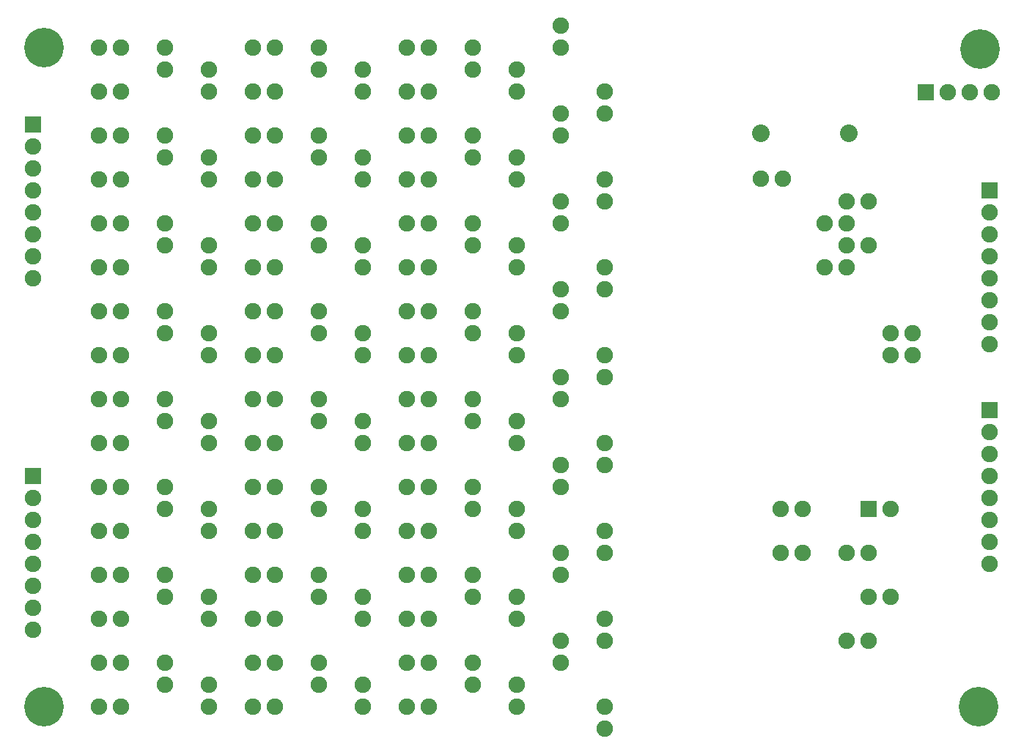
<source format=gbs>
G04 (created by PCBNEW-RS274X (2011-11-30 BZR 3250)-stable) date Mon 09 Jan 2012 02:26:34 AM UTC*
G01*
G70*
G90*
%MOIN*%
G04 Gerber Fmt 3.4, Leading zero omitted, Abs format*
%FSLAX34Y34*%
G04 APERTURE LIST*
%ADD10C,0.006000*%
%ADD11R,0.075000X0.075000*%
%ADD12C,0.075000*%
%ADD13C,0.080000*%
%ADD14C,0.180000*%
G04 APERTURE END LIST*
G54D10*
G54D11*
X78500Y-45500D03*
G54D12*
X78500Y-46500D03*
X78500Y-47500D03*
X78500Y-48500D03*
X78500Y-49500D03*
X78500Y-50500D03*
X78500Y-51500D03*
X78500Y-52500D03*
G54D11*
X78500Y-35500D03*
G54D12*
X78500Y-36500D03*
X78500Y-37500D03*
X78500Y-38500D03*
X78500Y-39500D03*
X78500Y-40500D03*
X78500Y-41500D03*
X78500Y-42500D03*
G54D11*
X35000Y-48500D03*
G54D12*
X35000Y-49500D03*
X35000Y-50500D03*
X35000Y-51500D03*
X35000Y-52500D03*
X35000Y-53500D03*
X35000Y-54500D03*
X35000Y-55500D03*
G54D11*
X35000Y-32500D03*
G54D12*
X35000Y-33500D03*
X35000Y-34500D03*
X35000Y-35500D03*
X35000Y-36500D03*
X35000Y-37500D03*
X35000Y-38500D03*
X35000Y-39500D03*
G54D11*
X75594Y-31031D03*
G54D12*
X76594Y-31031D03*
X77594Y-31031D03*
X78594Y-31031D03*
G54D13*
X68106Y-32902D03*
X72106Y-32902D03*
G54D12*
X46000Y-43000D03*
X45000Y-43000D03*
X46000Y-31000D03*
X45000Y-31000D03*
X46000Y-33000D03*
X45000Y-33000D03*
X46000Y-35000D03*
X45000Y-35000D03*
X46000Y-45000D03*
X45000Y-45000D03*
X46000Y-47000D03*
X45000Y-47000D03*
X46000Y-49000D03*
X45000Y-49000D03*
X46000Y-51000D03*
X45000Y-51000D03*
X46000Y-37000D03*
X45000Y-37000D03*
X46000Y-39000D03*
X45000Y-39000D03*
X46000Y-41000D03*
X45000Y-41000D03*
X39000Y-55000D03*
X38000Y-55000D03*
X46000Y-53000D03*
X45000Y-53000D03*
X46000Y-55000D03*
X45000Y-55000D03*
X46000Y-57000D03*
X45000Y-57000D03*
X46000Y-29000D03*
X45000Y-29000D03*
X39000Y-59000D03*
X38000Y-59000D03*
X39000Y-57000D03*
X38000Y-57000D03*
X55000Y-29000D03*
X55000Y-30000D03*
X39000Y-53000D03*
X38000Y-53000D03*
X39000Y-43000D03*
X38000Y-43000D03*
X39000Y-41000D03*
X38000Y-41000D03*
X39000Y-39000D03*
X38000Y-39000D03*
X39000Y-37000D03*
X38000Y-37000D03*
X39000Y-51000D03*
X38000Y-51000D03*
X39000Y-49000D03*
X38000Y-49000D03*
X39000Y-47000D03*
X38000Y-47000D03*
X39000Y-45000D03*
X38000Y-45000D03*
X39000Y-35000D03*
X38000Y-35000D03*
X59000Y-36000D03*
X59000Y-37000D03*
X59000Y-28000D03*
X59000Y-29000D03*
X61000Y-32000D03*
X61000Y-31000D03*
X59000Y-32000D03*
X59000Y-33000D03*
X61000Y-36000D03*
X61000Y-35000D03*
X59000Y-44000D03*
X59000Y-45000D03*
X61000Y-48000D03*
X61000Y-47000D03*
X59000Y-48000D03*
X59000Y-49000D03*
X61000Y-52000D03*
X61000Y-51000D03*
X57000Y-59000D03*
X57000Y-58000D03*
X61000Y-40000D03*
X61000Y-39000D03*
X59000Y-40000D03*
X59000Y-41000D03*
X61000Y-44000D03*
X61000Y-43000D03*
X59000Y-52000D03*
X59000Y-53000D03*
X61000Y-56000D03*
X61000Y-55000D03*
X59000Y-56000D03*
X59000Y-57000D03*
X61000Y-60000D03*
X61000Y-59000D03*
X46000Y-59000D03*
X45000Y-59000D03*
X55000Y-57000D03*
X55000Y-58000D03*
X57000Y-55000D03*
X57000Y-54000D03*
X55000Y-53000D03*
X55000Y-54000D03*
X57000Y-43000D03*
X57000Y-42000D03*
X55000Y-41000D03*
X55000Y-42000D03*
X57000Y-39000D03*
X57000Y-38000D03*
X55000Y-37000D03*
X55000Y-38000D03*
X57000Y-51000D03*
X57000Y-50000D03*
X55000Y-49000D03*
X55000Y-50000D03*
X57000Y-47000D03*
X57000Y-46000D03*
X55000Y-45000D03*
X55000Y-46000D03*
X57000Y-35000D03*
X57000Y-34000D03*
X55000Y-33000D03*
X55000Y-34000D03*
X57000Y-31000D03*
X57000Y-30000D03*
X39000Y-29000D03*
X38000Y-29000D03*
X39000Y-31000D03*
X38000Y-31000D03*
X39000Y-33000D03*
X38000Y-33000D03*
G54D11*
X73000Y-50000D03*
G54D12*
X74000Y-50000D03*
X50000Y-39000D03*
X50000Y-38000D03*
X50000Y-31000D03*
X50000Y-30000D03*
X48000Y-33000D03*
X48000Y-34000D03*
X50000Y-35000D03*
X50000Y-34000D03*
X48000Y-45000D03*
X48000Y-46000D03*
X50000Y-47000D03*
X50000Y-46000D03*
X48000Y-49000D03*
X48000Y-50000D03*
X50000Y-51000D03*
X50000Y-50000D03*
X48000Y-37000D03*
X48000Y-38000D03*
X41000Y-57000D03*
X41000Y-58000D03*
X48000Y-41000D03*
X48000Y-42000D03*
X50000Y-43000D03*
X50000Y-42000D03*
X48000Y-53000D03*
X48000Y-54000D03*
X50000Y-55000D03*
X50000Y-54000D03*
X48000Y-57000D03*
X48000Y-58000D03*
X48000Y-29000D03*
X48000Y-30000D03*
X43000Y-59000D03*
X43000Y-58000D03*
X43000Y-31000D03*
X43000Y-30000D03*
X43000Y-55000D03*
X43000Y-54000D03*
X41000Y-53000D03*
X41000Y-54000D03*
X43000Y-43000D03*
X43000Y-42000D03*
X41000Y-41000D03*
X41000Y-42000D03*
X43000Y-39000D03*
X43000Y-38000D03*
X41000Y-37000D03*
X41000Y-38000D03*
X43000Y-51000D03*
X43000Y-50000D03*
X41000Y-49000D03*
X41000Y-50000D03*
X43000Y-47000D03*
X43000Y-46000D03*
X41000Y-45000D03*
X41000Y-46000D03*
X43000Y-35000D03*
X43000Y-34000D03*
X41000Y-33000D03*
X41000Y-34000D03*
X52000Y-57000D03*
X53000Y-57000D03*
X41000Y-29000D03*
X41000Y-30000D03*
X74000Y-43000D03*
X75000Y-43000D03*
X74000Y-42000D03*
X75000Y-42000D03*
X68087Y-34949D03*
X69087Y-34949D03*
X74000Y-54000D03*
X73000Y-54000D03*
X72000Y-52000D03*
X73000Y-52000D03*
X72000Y-38000D03*
X73000Y-38000D03*
X72000Y-56000D03*
X73000Y-56000D03*
X72000Y-36000D03*
X73000Y-36000D03*
X69000Y-50000D03*
X70000Y-50000D03*
X71000Y-39000D03*
X72000Y-39000D03*
X69000Y-52000D03*
X70000Y-52000D03*
X71000Y-37000D03*
X72000Y-37000D03*
X52000Y-59000D03*
X53000Y-59000D03*
X50000Y-59000D03*
X50000Y-58000D03*
X52000Y-55000D03*
X53000Y-55000D03*
X52000Y-53000D03*
X53000Y-53000D03*
X52000Y-43000D03*
X53000Y-43000D03*
X52000Y-41000D03*
X53000Y-41000D03*
X52000Y-39000D03*
X53000Y-39000D03*
X52000Y-37000D03*
X53000Y-37000D03*
X52000Y-51000D03*
X53000Y-51000D03*
X52000Y-49000D03*
X53000Y-49000D03*
X52000Y-47000D03*
X53000Y-47000D03*
X52000Y-45000D03*
X53000Y-45000D03*
X52000Y-35000D03*
X53000Y-35000D03*
X52000Y-33000D03*
X53000Y-33000D03*
X52000Y-31000D03*
X53000Y-31000D03*
X52000Y-29000D03*
X53000Y-29000D03*
G54D14*
X78000Y-59000D03*
X35500Y-59000D03*
X35500Y-29000D03*
X78063Y-29051D03*
M02*

</source>
